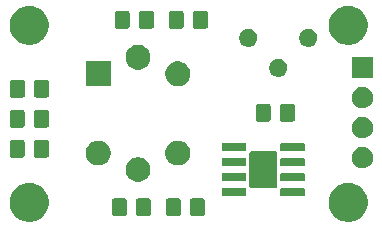
<source format=gbr>
G04 #@! TF.GenerationSoftware,KiCad,Pcbnew,5.1.5-52549c5~86~ubuntu16.04.1*
G04 #@! TF.CreationDate,2020-07-29T15:08:35+05:30*
G04 #@! TF.ProjectId,MQxx Gas Sensor V1.0,4d517878-2047-4617-9320-53656e736f72,V1.0*
G04 #@! TF.SameCoordinates,Original*
G04 #@! TF.FileFunction,Soldermask,Top*
G04 #@! TF.FilePolarity,Negative*
%FSLAX46Y46*%
G04 Gerber Fmt 4.6, Leading zero omitted, Abs format (unit mm)*
G04 Created by KiCad (PCBNEW 5.1.5-52549c5~86~ubuntu16.04.1) date 2020-07-29 15:08:35*
%MOMM*%
%LPD*%
G04 APERTURE LIST*
%ADD10C,0.100000*%
G04 APERTURE END LIST*
D10*
G36*
X154875256Y-94891298D02*
G01*
X154981579Y-94912447D01*
X155282042Y-95036903D01*
X155552451Y-95217585D01*
X155782415Y-95447549D01*
X155963097Y-95717958D01*
X156068673Y-95972840D01*
X156087553Y-96018422D01*
X156147147Y-96318017D01*
X156151000Y-96337391D01*
X156151000Y-96662609D01*
X156087553Y-96981579D01*
X155963097Y-97282042D01*
X155782415Y-97552451D01*
X155552451Y-97782415D01*
X155282042Y-97963097D01*
X154981579Y-98087553D01*
X154875256Y-98108702D01*
X154662611Y-98151000D01*
X154337389Y-98151000D01*
X154124744Y-98108702D01*
X154018421Y-98087553D01*
X153717958Y-97963097D01*
X153447549Y-97782415D01*
X153217585Y-97552451D01*
X153036903Y-97282042D01*
X152912447Y-96981579D01*
X152849000Y-96662609D01*
X152849000Y-96337391D01*
X152852854Y-96318017D01*
X152912447Y-96018422D01*
X152931328Y-95972840D01*
X153036903Y-95717958D01*
X153217585Y-95447549D01*
X153447549Y-95217585D01*
X153717958Y-95036903D01*
X154018421Y-94912447D01*
X154124744Y-94891298D01*
X154337389Y-94849000D01*
X154662611Y-94849000D01*
X154875256Y-94891298D01*
G37*
G36*
X127875256Y-94891298D02*
G01*
X127981579Y-94912447D01*
X128282042Y-95036903D01*
X128552451Y-95217585D01*
X128782415Y-95447549D01*
X128963097Y-95717958D01*
X129068673Y-95972840D01*
X129087553Y-96018422D01*
X129147147Y-96318017D01*
X129151000Y-96337391D01*
X129151000Y-96662609D01*
X129087553Y-96981579D01*
X128963097Y-97282042D01*
X128782415Y-97552451D01*
X128552451Y-97782415D01*
X128282042Y-97963097D01*
X127981579Y-98087553D01*
X127875256Y-98108702D01*
X127662611Y-98151000D01*
X127337389Y-98151000D01*
X127124744Y-98108702D01*
X127018421Y-98087553D01*
X126717958Y-97963097D01*
X126447549Y-97782415D01*
X126217585Y-97552451D01*
X126036903Y-97282042D01*
X125912447Y-96981579D01*
X125849000Y-96662609D01*
X125849000Y-96337391D01*
X125852854Y-96318017D01*
X125912447Y-96018422D01*
X125931328Y-95972840D01*
X126036903Y-95717958D01*
X126217585Y-95447549D01*
X126447549Y-95217585D01*
X126717958Y-95036903D01*
X127018421Y-94912447D01*
X127124744Y-94891298D01*
X127337389Y-94849000D01*
X127662611Y-94849000D01*
X127875256Y-94891298D01*
G37*
G36*
X137632674Y-96154465D02*
G01*
X137670367Y-96165899D01*
X137705103Y-96184466D01*
X137735548Y-96209452D01*
X137760534Y-96239897D01*
X137779101Y-96274633D01*
X137790535Y-96312326D01*
X137795000Y-96357661D01*
X137795000Y-97444339D01*
X137790535Y-97489674D01*
X137779101Y-97527367D01*
X137760534Y-97562103D01*
X137735548Y-97592548D01*
X137705103Y-97617534D01*
X137670367Y-97636101D01*
X137632674Y-97647535D01*
X137587339Y-97652000D01*
X136750661Y-97652000D01*
X136705326Y-97647535D01*
X136667633Y-97636101D01*
X136632897Y-97617534D01*
X136602452Y-97592548D01*
X136577466Y-97562103D01*
X136558899Y-97527367D01*
X136547465Y-97489674D01*
X136543000Y-97444339D01*
X136543000Y-96357661D01*
X136547465Y-96312326D01*
X136558899Y-96274633D01*
X136577466Y-96239897D01*
X136602452Y-96209452D01*
X136632897Y-96184466D01*
X136667633Y-96165899D01*
X136705326Y-96154465D01*
X136750661Y-96150000D01*
X137587339Y-96150000D01*
X137632674Y-96154465D01*
G37*
G36*
X135582674Y-96154465D02*
G01*
X135620367Y-96165899D01*
X135655103Y-96184466D01*
X135685548Y-96209452D01*
X135710534Y-96239897D01*
X135729101Y-96274633D01*
X135740535Y-96312326D01*
X135745000Y-96357661D01*
X135745000Y-97444339D01*
X135740535Y-97489674D01*
X135729101Y-97527367D01*
X135710534Y-97562103D01*
X135685548Y-97592548D01*
X135655103Y-97617534D01*
X135620367Y-97636101D01*
X135582674Y-97647535D01*
X135537339Y-97652000D01*
X134700661Y-97652000D01*
X134655326Y-97647535D01*
X134617633Y-97636101D01*
X134582897Y-97617534D01*
X134552452Y-97592548D01*
X134527466Y-97562103D01*
X134508899Y-97527367D01*
X134497465Y-97489674D01*
X134493000Y-97444339D01*
X134493000Y-96357661D01*
X134497465Y-96312326D01*
X134508899Y-96274633D01*
X134527466Y-96239897D01*
X134552452Y-96209452D01*
X134582897Y-96184466D01*
X134617633Y-96165899D01*
X134655326Y-96154465D01*
X134700661Y-96150000D01*
X135537339Y-96150000D01*
X135582674Y-96154465D01*
G37*
G36*
X142204674Y-96154465D02*
G01*
X142242367Y-96165899D01*
X142277103Y-96184466D01*
X142307548Y-96209452D01*
X142332534Y-96239897D01*
X142351101Y-96274633D01*
X142362535Y-96312326D01*
X142367000Y-96357661D01*
X142367000Y-97444339D01*
X142362535Y-97489674D01*
X142351101Y-97527367D01*
X142332534Y-97562103D01*
X142307548Y-97592548D01*
X142277103Y-97617534D01*
X142242367Y-97636101D01*
X142204674Y-97647535D01*
X142159339Y-97652000D01*
X141322661Y-97652000D01*
X141277326Y-97647535D01*
X141239633Y-97636101D01*
X141204897Y-97617534D01*
X141174452Y-97592548D01*
X141149466Y-97562103D01*
X141130899Y-97527367D01*
X141119465Y-97489674D01*
X141115000Y-97444339D01*
X141115000Y-96357661D01*
X141119465Y-96312326D01*
X141130899Y-96274633D01*
X141149466Y-96239897D01*
X141174452Y-96209452D01*
X141204897Y-96184466D01*
X141239633Y-96165899D01*
X141277326Y-96154465D01*
X141322661Y-96150000D01*
X142159339Y-96150000D01*
X142204674Y-96154465D01*
G37*
G36*
X140154674Y-96154465D02*
G01*
X140192367Y-96165899D01*
X140227103Y-96184466D01*
X140257548Y-96209452D01*
X140282534Y-96239897D01*
X140301101Y-96274633D01*
X140312535Y-96312326D01*
X140317000Y-96357661D01*
X140317000Y-97444339D01*
X140312535Y-97489674D01*
X140301101Y-97527367D01*
X140282534Y-97562103D01*
X140257548Y-97592548D01*
X140227103Y-97617534D01*
X140192367Y-97636101D01*
X140154674Y-97647535D01*
X140109339Y-97652000D01*
X139272661Y-97652000D01*
X139227326Y-97647535D01*
X139189633Y-97636101D01*
X139154897Y-97617534D01*
X139124452Y-97592548D01*
X139099466Y-97562103D01*
X139080899Y-97527367D01*
X139069465Y-97489674D01*
X139065000Y-97444339D01*
X139065000Y-96357661D01*
X139069465Y-96312326D01*
X139080899Y-96274633D01*
X139099466Y-96239897D01*
X139124452Y-96209452D01*
X139154897Y-96184466D01*
X139189633Y-96165899D01*
X139227326Y-96154465D01*
X139272661Y-96150000D01*
X140109339Y-96150000D01*
X140154674Y-96154465D01*
G37*
G36*
X145779928Y-95282764D02*
G01*
X145801009Y-95289160D01*
X145820445Y-95299548D01*
X145837476Y-95313524D01*
X145851452Y-95330555D01*
X145861840Y-95349991D01*
X145868236Y-95371072D01*
X145871000Y-95399140D01*
X145871000Y-95862860D01*
X145868236Y-95890928D01*
X145861840Y-95912009D01*
X145851452Y-95931445D01*
X145837476Y-95948476D01*
X145820445Y-95962452D01*
X145801009Y-95972840D01*
X145779928Y-95979236D01*
X145751860Y-95982000D01*
X143938140Y-95982000D01*
X143910072Y-95979236D01*
X143888991Y-95972840D01*
X143869555Y-95962452D01*
X143852524Y-95948476D01*
X143838548Y-95931445D01*
X143828160Y-95912009D01*
X143821764Y-95890928D01*
X143819000Y-95862860D01*
X143819000Y-95399140D01*
X143821764Y-95371072D01*
X143828160Y-95349991D01*
X143838548Y-95330555D01*
X143852524Y-95313524D01*
X143869555Y-95299548D01*
X143888991Y-95289160D01*
X143910072Y-95282764D01*
X143938140Y-95280000D01*
X145751860Y-95280000D01*
X145779928Y-95282764D01*
G37*
G36*
X150729928Y-95282764D02*
G01*
X150751009Y-95289160D01*
X150770445Y-95299548D01*
X150787476Y-95313524D01*
X150801452Y-95330555D01*
X150811840Y-95349991D01*
X150818236Y-95371072D01*
X150821000Y-95399140D01*
X150821000Y-95862860D01*
X150818236Y-95890928D01*
X150811840Y-95912009D01*
X150801452Y-95931445D01*
X150787476Y-95948476D01*
X150770445Y-95962452D01*
X150751009Y-95972840D01*
X150729928Y-95979236D01*
X150701860Y-95982000D01*
X148888140Y-95982000D01*
X148860072Y-95979236D01*
X148838991Y-95972840D01*
X148819555Y-95962452D01*
X148802524Y-95948476D01*
X148788548Y-95931445D01*
X148778160Y-95912009D01*
X148771764Y-95890928D01*
X148769000Y-95862860D01*
X148769000Y-95399140D01*
X148771764Y-95371072D01*
X148778160Y-95349991D01*
X148788548Y-95330555D01*
X148802524Y-95313524D01*
X148819555Y-95299548D01*
X148838991Y-95289160D01*
X148860072Y-95282764D01*
X148888140Y-95280000D01*
X150701860Y-95280000D01*
X150729928Y-95282764D01*
G37*
G36*
X148384699Y-92178725D02*
G01*
X148415158Y-92187965D01*
X148443232Y-92202971D01*
X148467837Y-92223164D01*
X148488030Y-92247769D01*
X148503036Y-92275843D01*
X148512276Y-92306302D01*
X148516000Y-92344117D01*
X148516000Y-95107883D01*
X148512276Y-95145698D01*
X148503036Y-95176157D01*
X148488030Y-95204231D01*
X148467837Y-95228836D01*
X148443232Y-95249029D01*
X148415158Y-95264035D01*
X148384699Y-95273275D01*
X148346884Y-95276999D01*
X146293116Y-95276999D01*
X146255301Y-95273275D01*
X146224842Y-95264035D01*
X146196768Y-95249029D01*
X146172163Y-95228836D01*
X146151970Y-95204231D01*
X146136964Y-95176157D01*
X146127724Y-95145698D01*
X146124000Y-95107883D01*
X146124000Y-92344117D01*
X146127724Y-92306302D01*
X146136964Y-92275843D01*
X146151970Y-92247769D01*
X146172163Y-92223164D01*
X146196768Y-92202971D01*
X146224842Y-92187965D01*
X146255301Y-92178725D01*
X146293116Y-92175001D01*
X148346884Y-92175001D01*
X148384699Y-92178725D01*
G37*
G36*
X137016564Y-92697389D02*
G01*
X137207833Y-92776615D01*
X137207835Y-92776616D01*
X137257784Y-92809991D01*
X137379973Y-92891635D01*
X137526365Y-93038027D01*
X137641385Y-93210167D01*
X137720611Y-93401436D01*
X137761000Y-93604484D01*
X137761000Y-93811516D01*
X137720611Y-94014564D01*
X137693510Y-94079991D01*
X137641384Y-94205835D01*
X137526365Y-94377973D01*
X137379973Y-94524365D01*
X137207835Y-94639384D01*
X137207834Y-94639385D01*
X137207833Y-94639385D01*
X137016564Y-94718611D01*
X136813516Y-94759000D01*
X136606484Y-94759000D01*
X136403436Y-94718611D01*
X136212167Y-94639385D01*
X136212166Y-94639385D01*
X136212165Y-94639384D01*
X136040027Y-94524365D01*
X135893635Y-94377973D01*
X135778616Y-94205835D01*
X135726490Y-94079991D01*
X135699389Y-94014564D01*
X135659000Y-93811516D01*
X135659000Y-93604484D01*
X135699389Y-93401436D01*
X135778615Y-93210167D01*
X135893635Y-93038027D01*
X136040027Y-92891635D01*
X136162216Y-92809991D01*
X136212165Y-92776616D01*
X136212167Y-92776615D01*
X136403436Y-92697389D01*
X136606484Y-92657000D01*
X136813516Y-92657000D01*
X137016564Y-92697389D01*
G37*
G36*
X145779928Y-94012764D02*
G01*
X145801009Y-94019160D01*
X145820445Y-94029548D01*
X145837476Y-94043524D01*
X145851452Y-94060555D01*
X145861840Y-94079991D01*
X145868236Y-94101072D01*
X145871000Y-94129140D01*
X145871000Y-94592860D01*
X145868236Y-94620928D01*
X145861840Y-94642009D01*
X145851452Y-94661445D01*
X145837476Y-94678476D01*
X145820445Y-94692452D01*
X145801009Y-94702840D01*
X145779928Y-94709236D01*
X145751860Y-94712000D01*
X143938140Y-94712000D01*
X143910072Y-94709236D01*
X143888991Y-94702840D01*
X143869555Y-94692452D01*
X143852524Y-94678476D01*
X143838548Y-94661445D01*
X143828160Y-94642009D01*
X143821764Y-94620928D01*
X143819000Y-94592860D01*
X143819000Y-94129140D01*
X143821764Y-94101072D01*
X143828160Y-94079991D01*
X143838548Y-94060555D01*
X143852524Y-94043524D01*
X143869555Y-94029548D01*
X143888991Y-94019160D01*
X143910072Y-94012764D01*
X143938140Y-94010000D01*
X145751860Y-94010000D01*
X145779928Y-94012764D01*
G37*
G36*
X150729928Y-94012764D02*
G01*
X150751009Y-94019160D01*
X150770445Y-94029548D01*
X150787476Y-94043524D01*
X150801452Y-94060555D01*
X150811840Y-94079991D01*
X150818236Y-94101072D01*
X150821000Y-94129140D01*
X150821000Y-94592860D01*
X150818236Y-94620928D01*
X150811840Y-94642009D01*
X150801452Y-94661445D01*
X150787476Y-94678476D01*
X150770445Y-94692452D01*
X150751009Y-94702840D01*
X150729928Y-94709236D01*
X150701860Y-94712000D01*
X148888140Y-94712000D01*
X148860072Y-94709236D01*
X148838991Y-94702840D01*
X148819555Y-94692452D01*
X148802524Y-94678476D01*
X148788548Y-94661445D01*
X148778160Y-94642009D01*
X148771764Y-94620928D01*
X148769000Y-94592860D01*
X148769000Y-94129140D01*
X148771764Y-94101072D01*
X148778160Y-94079991D01*
X148788548Y-94060555D01*
X148802524Y-94043524D01*
X148819555Y-94029548D01*
X148838991Y-94019160D01*
X148860072Y-94012764D01*
X148888140Y-94010000D01*
X150701860Y-94010000D01*
X150729928Y-94012764D01*
G37*
G36*
X155815512Y-91813927D02*
G01*
X155964812Y-91843624D01*
X156128784Y-91911544D01*
X156276354Y-92010147D01*
X156401853Y-92135646D01*
X156500456Y-92283216D01*
X156568376Y-92447188D01*
X156603000Y-92621259D01*
X156603000Y-92798741D01*
X156568376Y-92972812D01*
X156500456Y-93136784D01*
X156401853Y-93284354D01*
X156276354Y-93409853D01*
X156128784Y-93508456D01*
X155964812Y-93576376D01*
X155823500Y-93604484D01*
X155790742Y-93611000D01*
X155613258Y-93611000D01*
X155580500Y-93604484D01*
X155439188Y-93576376D01*
X155275216Y-93508456D01*
X155127646Y-93409853D01*
X155002147Y-93284354D01*
X154903544Y-93136784D01*
X154835624Y-92972812D01*
X154801000Y-92798741D01*
X154801000Y-92621259D01*
X154835624Y-92447188D01*
X154903544Y-92283216D01*
X155002147Y-92135646D01*
X155127646Y-92010147D01*
X155275216Y-91911544D01*
X155439188Y-91843624D01*
X155588488Y-91813927D01*
X155613258Y-91809000D01*
X155790742Y-91809000D01*
X155815512Y-91813927D01*
G37*
G36*
X150729928Y-92742764D02*
G01*
X150751009Y-92749160D01*
X150770445Y-92759548D01*
X150787476Y-92773524D01*
X150801452Y-92790555D01*
X150811840Y-92809991D01*
X150818236Y-92831072D01*
X150821000Y-92859140D01*
X150821000Y-93322860D01*
X150818236Y-93350928D01*
X150811840Y-93372009D01*
X150801452Y-93391445D01*
X150787476Y-93408476D01*
X150770445Y-93422452D01*
X150751009Y-93432840D01*
X150729928Y-93439236D01*
X150701860Y-93442000D01*
X148888140Y-93442000D01*
X148860072Y-93439236D01*
X148838991Y-93432840D01*
X148819555Y-93422452D01*
X148802524Y-93408476D01*
X148788548Y-93391445D01*
X148778160Y-93372009D01*
X148771764Y-93350928D01*
X148769000Y-93322860D01*
X148769000Y-92859140D01*
X148771764Y-92831072D01*
X148778160Y-92809991D01*
X148788548Y-92790555D01*
X148802524Y-92773524D01*
X148819555Y-92759548D01*
X148838991Y-92749160D01*
X148860072Y-92742764D01*
X148888140Y-92740000D01*
X150701860Y-92740000D01*
X150729928Y-92742764D01*
G37*
G36*
X145779928Y-92742764D02*
G01*
X145801009Y-92749160D01*
X145820445Y-92759548D01*
X145837476Y-92773524D01*
X145851452Y-92790555D01*
X145861840Y-92809991D01*
X145868236Y-92831072D01*
X145871000Y-92859140D01*
X145871000Y-93322860D01*
X145868236Y-93350928D01*
X145861840Y-93372009D01*
X145851452Y-93391445D01*
X145837476Y-93408476D01*
X145820445Y-93422452D01*
X145801009Y-93432840D01*
X145779928Y-93439236D01*
X145751860Y-93442000D01*
X143938140Y-93442000D01*
X143910072Y-93439236D01*
X143888991Y-93432840D01*
X143869555Y-93422452D01*
X143852524Y-93408476D01*
X143838548Y-93391445D01*
X143828160Y-93372009D01*
X143821764Y-93350928D01*
X143819000Y-93322860D01*
X143819000Y-92859140D01*
X143821764Y-92831072D01*
X143828160Y-92809991D01*
X143838548Y-92790555D01*
X143852524Y-92773524D01*
X143869555Y-92759548D01*
X143888991Y-92749160D01*
X143910072Y-92742764D01*
X143938140Y-92740000D01*
X145751860Y-92740000D01*
X145779928Y-92742764D01*
G37*
G36*
X140376564Y-91307389D02*
G01*
X140567833Y-91386615D01*
X140567835Y-91386616D01*
X140739973Y-91501635D01*
X140886365Y-91648027D01*
X140993924Y-91809000D01*
X141001385Y-91820167D01*
X141080611Y-92011436D01*
X141121000Y-92214484D01*
X141121000Y-92421516D01*
X141080611Y-92624564D01*
X141017629Y-92776616D01*
X141001384Y-92815835D01*
X140886365Y-92987973D01*
X140739973Y-93134365D01*
X140567835Y-93249384D01*
X140567834Y-93249385D01*
X140567833Y-93249385D01*
X140376564Y-93328611D01*
X140173516Y-93369000D01*
X139966484Y-93369000D01*
X139763436Y-93328611D01*
X139572167Y-93249385D01*
X139572166Y-93249385D01*
X139572165Y-93249384D01*
X139400027Y-93134365D01*
X139253635Y-92987973D01*
X139138616Y-92815835D01*
X139122371Y-92776616D01*
X139059389Y-92624564D01*
X139019000Y-92421516D01*
X139019000Y-92214484D01*
X139059389Y-92011436D01*
X139138615Y-91820167D01*
X139146077Y-91809000D01*
X139253635Y-91648027D01*
X139400027Y-91501635D01*
X139572165Y-91386616D01*
X139572167Y-91386615D01*
X139763436Y-91307389D01*
X139966484Y-91267000D01*
X140173516Y-91267000D01*
X140376564Y-91307389D01*
G37*
G36*
X133656564Y-91307389D02*
G01*
X133847833Y-91386615D01*
X133847835Y-91386616D01*
X134019973Y-91501635D01*
X134166365Y-91648027D01*
X134273924Y-91809000D01*
X134281385Y-91820167D01*
X134360611Y-92011436D01*
X134401000Y-92214484D01*
X134401000Y-92421516D01*
X134360611Y-92624564D01*
X134297629Y-92776616D01*
X134281384Y-92815835D01*
X134166365Y-92987973D01*
X134019973Y-93134365D01*
X133847835Y-93249384D01*
X133847834Y-93249385D01*
X133847833Y-93249385D01*
X133656564Y-93328611D01*
X133453516Y-93369000D01*
X133246484Y-93369000D01*
X133043436Y-93328611D01*
X132852167Y-93249385D01*
X132852166Y-93249385D01*
X132852165Y-93249384D01*
X132680027Y-93134365D01*
X132533635Y-92987973D01*
X132418616Y-92815835D01*
X132402371Y-92776616D01*
X132339389Y-92624564D01*
X132299000Y-92421516D01*
X132299000Y-92214484D01*
X132339389Y-92011436D01*
X132418615Y-91820167D01*
X132426077Y-91809000D01*
X132533635Y-91648027D01*
X132680027Y-91501635D01*
X132852165Y-91386616D01*
X132852167Y-91386615D01*
X133043436Y-91307389D01*
X133246484Y-91267000D01*
X133453516Y-91267000D01*
X133656564Y-91307389D01*
G37*
G36*
X126946674Y-91201465D02*
G01*
X126984367Y-91212899D01*
X127019103Y-91231466D01*
X127049548Y-91256452D01*
X127074534Y-91286897D01*
X127093101Y-91321633D01*
X127104535Y-91359326D01*
X127109000Y-91404661D01*
X127109000Y-92491339D01*
X127104535Y-92536674D01*
X127093101Y-92574367D01*
X127074534Y-92609103D01*
X127049548Y-92639548D01*
X127019103Y-92664534D01*
X126984367Y-92683101D01*
X126946674Y-92694535D01*
X126901339Y-92699000D01*
X126064661Y-92699000D01*
X126019326Y-92694535D01*
X125981633Y-92683101D01*
X125946897Y-92664534D01*
X125916452Y-92639548D01*
X125891466Y-92609103D01*
X125872899Y-92574367D01*
X125861465Y-92536674D01*
X125857000Y-92491339D01*
X125857000Y-91404661D01*
X125861465Y-91359326D01*
X125872899Y-91321633D01*
X125891466Y-91286897D01*
X125916452Y-91256452D01*
X125946897Y-91231466D01*
X125981633Y-91212899D01*
X126019326Y-91201465D01*
X126064661Y-91197000D01*
X126901339Y-91197000D01*
X126946674Y-91201465D01*
G37*
G36*
X128996674Y-91201465D02*
G01*
X129034367Y-91212899D01*
X129069103Y-91231466D01*
X129099548Y-91256452D01*
X129124534Y-91286897D01*
X129143101Y-91321633D01*
X129154535Y-91359326D01*
X129159000Y-91404661D01*
X129159000Y-92491339D01*
X129154535Y-92536674D01*
X129143101Y-92574367D01*
X129124534Y-92609103D01*
X129099548Y-92639548D01*
X129069103Y-92664534D01*
X129034367Y-92683101D01*
X128996674Y-92694535D01*
X128951339Y-92699000D01*
X128114661Y-92699000D01*
X128069326Y-92694535D01*
X128031633Y-92683101D01*
X127996897Y-92664534D01*
X127966452Y-92639548D01*
X127941466Y-92609103D01*
X127922899Y-92574367D01*
X127911465Y-92536674D01*
X127907000Y-92491339D01*
X127907000Y-91404661D01*
X127911465Y-91359326D01*
X127922899Y-91321633D01*
X127941466Y-91286897D01*
X127966452Y-91256452D01*
X127996897Y-91231466D01*
X128031633Y-91212899D01*
X128069326Y-91201465D01*
X128114661Y-91197000D01*
X128951339Y-91197000D01*
X128996674Y-91201465D01*
G37*
G36*
X145779928Y-91472764D02*
G01*
X145801009Y-91479160D01*
X145820445Y-91489548D01*
X145837476Y-91503524D01*
X145851452Y-91520555D01*
X145861840Y-91539991D01*
X145868236Y-91561072D01*
X145871000Y-91589140D01*
X145871000Y-92052860D01*
X145868236Y-92080928D01*
X145861840Y-92102009D01*
X145851452Y-92121445D01*
X145837476Y-92138476D01*
X145820445Y-92152452D01*
X145801009Y-92162840D01*
X145779928Y-92169236D01*
X145751860Y-92172000D01*
X143938140Y-92172000D01*
X143910072Y-92169236D01*
X143888991Y-92162840D01*
X143869555Y-92152452D01*
X143852524Y-92138476D01*
X143838548Y-92121445D01*
X143828160Y-92102009D01*
X143821764Y-92080928D01*
X143819000Y-92052860D01*
X143819000Y-91589140D01*
X143821764Y-91561072D01*
X143828160Y-91539991D01*
X143838548Y-91520555D01*
X143852524Y-91503524D01*
X143869555Y-91489548D01*
X143888991Y-91479160D01*
X143910072Y-91472764D01*
X143938140Y-91470000D01*
X145751860Y-91470000D01*
X145779928Y-91472764D01*
G37*
G36*
X150729928Y-91472764D02*
G01*
X150751009Y-91479160D01*
X150770445Y-91489548D01*
X150787476Y-91503524D01*
X150801452Y-91520555D01*
X150811840Y-91539991D01*
X150818236Y-91561072D01*
X150821000Y-91589140D01*
X150821000Y-92052860D01*
X150818236Y-92080928D01*
X150811840Y-92102009D01*
X150801452Y-92121445D01*
X150787476Y-92138476D01*
X150770445Y-92152452D01*
X150751009Y-92162840D01*
X150729928Y-92169236D01*
X150701860Y-92172000D01*
X148888140Y-92172000D01*
X148860072Y-92169236D01*
X148838991Y-92162840D01*
X148819555Y-92152452D01*
X148802524Y-92138476D01*
X148788548Y-92121445D01*
X148778160Y-92102009D01*
X148771764Y-92080928D01*
X148769000Y-92052860D01*
X148769000Y-91589140D01*
X148771764Y-91561072D01*
X148778160Y-91539991D01*
X148788548Y-91520555D01*
X148802524Y-91503524D01*
X148819555Y-91489548D01*
X148838991Y-91479160D01*
X148860072Y-91472764D01*
X148888140Y-91470000D01*
X150701860Y-91470000D01*
X150729928Y-91472764D01*
G37*
G36*
X155815512Y-89273927D02*
G01*
X155964812Y-89303624D01*
X156128784Y-89371544D01*
X156276354Y-89470147D01*
X156401853Y-89595646D01*
X156500456Y-89743216D01*
X156568376Y-89907188D01*
X156603000Y-90081259D01*
X156603000Y-90258741D01*
X156568376Y-90432812D01*
X156500456Y-90596784D01*
X156401853Y-90744354D01*
X156276354Y-90869853D01*
X156128784Y-90968456D01*
X155964812Y-91036376D01*
X155815512Y-91066073D01*
X155790742Y-91071000D01*
X155613258Y-91071000D01*
X155588488Y-91066073D01*
X155439188Y-91036376D01*
X155275216Y-90968456D01*
X155127646Y-90869853D01*
X155002147Y-90744354D01*
X154903544Y-90596784D01*
X154835624Y-90432812D01*
X154801000Y-90258741D01*
X154801000Y-90081259D01*
X154835624Y-89907188D01*
X154903544Y-89743216D01*
X155002147Y-89595646D01*
X155127646Y-89470147D01*
X155275216Y-89371544D01*
X155439188Y-89303624D01*
X155588488Y-89273927D01*
X155613258Y-89269000D01*
X155790742Y-89269000D01*
X155815512Y-89273927D01*
G37*
G36*
X128996674Y-88661465D02*
G01*
X129034367Y-88672899D01*
X129069103Y-88691466D01*
X129099548Y-88716452D01*
X129124534Y-88746897D01*
X129143101Y-88781633D01*
X129154535Y-88819326D01*
X129159000Y-88864661D01*
X129159000Y-89951339D01*
X129154535Y-89996674D01*
X129143101Y-90034367D01*
X129124534Y-90069103D01*
X129099548Y-90099548D01*
X129069103Y-90124534D01*
X129034367Y-90143101D01*
X128996674Y-90154535D01*
X128951339Y-90159000D01*
X128114661Y-90159000D01*
X128069326Y-90154535D01*
X128031633Y-90143101D01*
X127996897Y-90124534D01*
X127966452Y-90099548D01*
X127941466Y-90069103D01*
X127922899Y-90034367D01*
X127911465Y-89996674D01*
X127907000Y-89951339D01*
X127907000Y-88864661D01*
X127911465Y-88819326D01*
X127922899Y-88781633D01*
X127941466Y-88746897D01*
X127966452Y-88716452D01*
X127996897Y-88691466D01*
X128031633Y-88672899D01*
X128069326Y-88661465D01*
X128114661Y-88657000D01*
X128951339Y-88657000D01*
X128996674Y-88661465D01*
G37*
G36*
X126946674Y-88661465D02*
G01*
X126984367Y-88672899D01*
X127019103Y-88691466D01*
X127049548Y-88716452D01*
X127074534Y-88746897D01*
X127093101Y-88781633D01*
X127104535Y-88819326D01*
X127109000Y-88864661D01*
X127109000Y-89951339D01*
X127104535Y-89996674D01*
X127093101Y-90034367D01*
X127074534Y-90069103D01*
X127049548Y-90099548D01*
X127019103Y-90124534D01*
X126984367Y-90143101D01*
X126946674Y-90154535D01*
X126901339Y-90159000D01*
X126064661Y-90159000D01*
X126019326Y-90154535D01*
X125981633Y-90143101D01*
X125946897Y-90124534D01*
X125916452Y-90099548D01*
X125891466Y-90069103D01*
X125872899Y-90034367D01*
X125861465Y-89996674D01*
X125857000Y-89951339D01*
X125857000Y-88864661D01*
X125861465Y-88819326D01*
X125872899Y-88781633D01*
X125891466Y-88746897D01*
X125916452Y-88716452D01*
X125946897Y-88691466D01*
X125981633Y-88672899D01*
X126019326Y-88661465D01*
X126064661Y-88657000D01*
X126901339Y-88657000D01*
X126946674Y-88661465D01*
G37*
G36*
X147774674Y-88153465D02*
G01*
X147812367Y-88164899D01*
X147847103Y-88183466D01*
X147877548Y-88208452D01*
X147902534Y-88238897D01*
X147921101Y-88273633D01*
X147932535Y-88311326D01*
X147937000Y-88356661D01*
X147937000Y-89443339D01*
X147932535Y-89488674D01*
X147921101Y-89526367D01*
X147902534Y-89561103D01*
X147877548Y-89591548D01*
X147847103Y-89616534D01*
X147812367Y-89635101D01*
X147774674Y-89646535D01*
X147729339Y-89651000D01*
X146892661Y-89651000D01*
X146847326Y-89646535D01*
X146809633Y-89635101D01*
X146774897Y-89616534D01*
X146744452Y-89591548D01*
X146719466Y-89561103D01*
X146700899Y-89526367D01*
X146689465Y-89488674D01*
X146685000Y-89443339D01*
X146685000Y-88356661D01*
X146689465Y-88311326D01*
X146700899Y-88273633D01*
X146719466Y-88238897D01*
X146744452Y-88208452D01*
X146774897Y-88183466D01*
X146809633Y-88164899D01*
X146847326Y-88153465D01*
X146892661Y-88149000D01*
X147729339Y-88149000D01*
X147774674Y-88153465D01*
G37*
G36*
X149824674Y-88153465D02*
G01*
X149862367Y-88164899D01*
X149897103Y-88183466D01*
X149927548Y-88208452D01*
X149952534Y-88238897D01*
X149971101Y-88273633D01*
X149982535Y-88311326D01*
X149987000Y-88356661D01*
X149987000Y-89443339D01*
X149982535Y-89488674D01*
X149971101Y-89526367D01*
X149952534Y-89561103D01*
X149927548Y-89591548D01*
X149897103Y-89616534D01*
X149862367Y-89635101D01*
X149824674Y-89646535D01*
X149779339Y-89651000D01*
X148942661Y-89651000D01*
X148897326Y-89646535D01*
X148859633Y-89635101D01*
X148824897Y-89616534D01*
X148794452Y-89591548D01*
X148769466Y-89561103D01*
X148750899Y-89526367D01*
X148739465Y-89488674D01*
X148735000Y-89443339D01*
X148735000Y-88356661D01*
X148739465Y-88311326D01*
X148750899Y-88273633D01*
X148769466Y-88238897D01*
X148794452Y-88208452D01*
X148824897Y-88183466D01*
X148859633Y-88164899D01*
X148897326Y-88153465D01*
X148942661Y-88149000D01*
X149779339Y-88149000D01*
X149824674Y-88153465D01*
G37*
G36*
X155815512Y-86733927D02*
G01*
X155964812Y-86763624D01*
X156128784Y-86831544D01*
X156276354Y-86930147D01*
X156401853Y-87055646D01*
X156500456Y-87203216D01*
X156568376Y-87367188D01*
X156603000Y-87541259D01*
X156603000Y-87718741D01*
X156568376Y-87892812D01*
X156500456Y-88056784D01*
X156401853Y-88204354D01*
X156276354Y-88329853D01*
X156128784Y-88428456D01*
X155964812Y-88496376D01*
X155815512Y-88526073D01*
X155790742Y-88531000D01*
X155613258Y-88531000D01*
X155588488Y-88526073D01*
X155439188Y-88496376D01*
X155275216Y-88428456D01*
X155127646Y-88329853D01*
X155002147Y-88204354D01*
X154903544Y-88056784D01*
X154835624Y-87892812D01*
X154801000Y-87718741D01*
X154801000Y-87541259D01*
X154835624Y-87367188D01*
X154903544Y-87203216D01*
X155002147Y-87055646D01*
X155127646Y-86930147D01*
X155275216Y-86831544D01*
X155439188Y-86763624D01*
X155588488Y-86733927D01*
X155613258Y-86729000D01*
X155790742Y-86729000D01*
X155815512Y-86733927D01*
G37*
G36*
X126955674Y-86121465D02*
G01*
X126993367Y-86132899D01*
X127028103Y-86151466D01*
X127058548Y-86176452D01*
X127083534Y-86206897D01*
X127102101Y-86241633D01*
X127113535Y-86279326D01*
X127118000Y-86324661D01*
X127118000Y-87411339D01*
X127113535Y-87456674D01*
X127102101Y-87494367D01*
X127083534Y-87529103D01*
X127058548Y-87559548D01*
X127028103Y-87584534D01*
X126993367Y-87603101D01*
X126955674Y-87614535D01*
X126910339Y-87619000D01*
X126073661Y-87619000D01*
X126028326Y-87614535D01*
X125990633Y-87603101D01*
X125955897Y-87584534D01*
X125925452Y-87559548D01*
X125900466Y-87529103D01*
X125881899Y-87494367D01*
X125870465Y-87456674D01*
X125866000Y-87411339D01*
X125866000Y-86324661D01*
X125870465Y-86279326D01*
X125881899Y-86241633D01*
X125900466Y-86206897D01*
X125925452Y-86176452D01*
X125955897Y-86151466D01*
X125990633Y-86132899D01*
X126028326Y-86121465D01*
X126073661Y-86117000D01*
X126910339Y-86117000D01*
X126955674Y-86121465D01*
G37*
G36*
X129005674Y-86121465D02*
G01*
X129043367Y-86132899D01*
X129078103Y-86151466D01*
X129108548Y-86176452D01*
X129133534Y-86206897D01*
X129152101Y-86241633D01*
X129163535Y-86279326D01*
X129168000Y-86324661D01*
X129168000Y-87411339D01*
X129163535Y-87456674D01*
X129152101Y-87494367D01*
X129133534Y-87529103D01*
X129108548Y-87559548D01*
X129078103Y-87584534D01*
X129043367Y-87603101D01*
X129005674Y-87614535D01*
X128960339Y-87619000D01*
X128123661Y-87619000D01*
X128078326Y-87614535D01*
X128040633Y-87603101D01*
X128005897Y-87584534D01*
X127975452Y-87559548D01*
X127950466Y-87529103D01*
X127931899Y-87494367D01*
X127920465Y-87456674D01*
X127916000Y-87411339D01*
X127916000Y-86324661D01*
X127920465Y-86279326D01*
X127931899Y-86241633D01*
X127950466Y-86206897D01*
X127975452Y-86176452D01*
X128005897Y-86151466D01*
X128040633Y-86132899D01*
X128078326Y-86121465D01*
X128123661Y-86117000D01*
X128960339Y-86117000D01*
X129005674Y-86121465D01*
G37*
G36*
X140376564Y-84587389D02*
G01*
X140567833Y-84666615D01*
X140567835Y-84666616D01*
X140626527Y-84705833D01*
X140739973Y-84781635D01*
X140886365Y-84928027D01*
X141001385Y-85100167D01*
X141080611Y-85291436D01*
X141121000Y-85494484D01*
X141121000Y-85701516D01*
X141080611Y-85904564D01*
X141044808Y-85991000D01*
X141001384Y-86095835D01*
X140886365Y-86267973D01*
X140739973Y-86414365D01*
X140567835Y-86529384D01*
X140567834Y-86529385D01*
X140567833Y-86529385D01*
X140376564Y-86608611D01*
X140173516Y-86649000D01*
X139966484Y-86649000D01*
X139763436Y-86608611D01*
X139572167Y-86529385D01*
X139572166Y-86529385D01*
X139572165Y-86529384D01*
X139400027Y-86414365D01*
X139253635Y-86267973D01*
X139138616Y-86095835D01*
X139095192Y-85991000D01*
X139059389Y-85904564D01*
X139019000Y-85701516D01*
X139019000Y-85494484D01*
X139059389Y-85291436D01*
X139138615Y-85100167D01*
X139253635Y-84928027D01*
X139400027Y-84781635D01*
X139513473Y-84705833D01*
X139572165Y-84666616D01*
X139572167Y-84666615D01*
X139763436Y-84587389D01*
X139966484Y-84547000D01*
X140173516Y-84547000D01*
X140376564Y-84587389D01*
G37*
G36*
X134401000Y-86649000D02*
G01*
X132299000Y-86649000D01*
X132299000Y-84547000D01*
X134401000Y-84547000D01*
X134401000Y-86649000D01*
G37*
G36*
X156603000Y-85991000D02*
G01*
X154801000Y-85991000D01*
X154801000Y-84189000D01*
X156603000Y-84189000D01*
X156603000Y-85991000D01*
G37*
G36*
X148715589Y-84328876D02*
G01*
X148814893Y-84348629D01*
X148955206Y-84406748D01*
X149081484Y-84491125D01*
X149188875Y-84598516D01*
X149273252Y-84724794D01*
X149331371Y-84865107D01*
X149361000Y-85014063D01*
X149361000Y-85165937D01*
X149331371Y-85314893D01*
X149273252Y-85455206D01*
X149188875Y-85581484D01*
X149081484Y-85688875D01*
X148955206Y-85773252D01*
X148814893Y-85831371D01*
X148715589Y-85851124D01*
X148665938Y-85861000D01*
X148514062Y-85861000D01*
X148464411Y-85851124D01*
X148365107Y-85831371D01*
X148224794Y-85773252D01*
X148098516Y-85688875D01*
X147991125Y-85581484D01*
X147906748Y-85455206D01*
X147848629Y-85314893D01*
X147819000Y-85165937D01*
X147819000Y-85014063D01*
X147848629Y-84865107D01*
X147906748Y-84724794D01*
X147991125Y-84598516D01*
X148098516Y-84491125D01*
X148224794Y-84406748D01*
X148365107Y-84348629D01*
X148464411Y-84328876D01*
X148514062Y-84319000D01*
X148665938Y-84319000D01*
X148715589Y-84328876D01*
G37*
G36*
X137016564Y-83197389D02*
G01*
X137207833Y-83276615D01*
X137207835Y-83276616D01*
X137229917Y-83291371D01*
X137379973Y-83391635D01*
X137526365Y-83538027D01*
X137641385Y-83710167D01*
X137720611Y-83901436D01*
X137761000Y-84104484D01*
X137761000Y-84311516D01*
X137720611Y-84514564D01*
X137657629Y-84666616D01*
X137641384Y-84705835D01*
X137526365Y-84877973D01*
X137379973Y-85024365D01*
X137207835Y-85139384D01*
X137207834Y-85139385D01*
X137207833Y-85139385D01*
X137016564Y-85218611D01*
X136813516Y-85259000D01*
X136606484Y-85259000D01*
X136403436Y-85218611D01*
X136212167Y-85139385D01*
X136212166Y-85139385D01*
X136212165Y-85139384D01*
X136040027Y-85024365D01*
X135893635Y-84877973D01*
X135778616Y-84705835D01*
X135762371Y-84666616D01*
X135699389Y-84514564D01*
X135659000Y-84311516D01*
X135659000Y-84104484D01*
X135699389Y-83901436D01*
X135778615Y-83710167D01*
X135893635Y-83538027D01*
X136040027Y-83391635D01*
X136190083Y-83291371D01*
X136212165Y-83276616D01*
X136212167Y-83276615D01*
X136403436Y-83197389D01*
X136606484Y-83157000D01*
X136813516Y-83157000D01*
X137016564Y-83197389D01*
G37*
G36*
X151255589Y-81788876D02*
G01*
X151354893Y-81808629D01*
X151495206Y-81866748D01*
X151621484Y-81951125D01*
X151728875Y-82058516D01*
X151813252Y-82184794D01*
X151871371Y-82325107D01*
X151901000Y-82474063D01*
X151901000Y-82625937D01*
X151871371Y-82774893D01*
X151813252Y-82915206D01*
X151728875Y-83041484D01*
X151621484Y-83148875D01*
X151495206Y-83233252D01*
X151354893Y-83291371D01*
X151255589Y-83311124D01*
X151205938Y-83321000D01*
X151054062Y-83321000D01*
X151004411Y-83311124D01*
X150905107Y-83291371D01*
X150764794Y-83233252D01*
X150638516Y-83148875D01*
X150531125Y-83041484D01*
X150446748Y-82915206D01*
X150388629Y-82774893D01*
X150359000Y-82625937D01*
X150359000Y-82474063D01*
X150388629Y-82325107D01*
X150446748Y-82184794D01*
X150531125Y-82058516D01*
X150638516Y-81951125D01*
X150764794Y-81866748D01*
X150905107Y-81808629D01*
X151004411Y-81788876D01*
X151054062Y-81779000D01*
X151205938Y-81779000D01*
X151255589Y-81788876D01*
G37*
G36*
X146175589Y-81788876D02*
G01*
X146274893Y-81808629D01*
X146415206Y-81866748D01*
X146541484Y-81951125D01*
X146648875Y-82058516D01*
X146733252Y-82184794D01*
X146791371Y-82325107D01*
X146821000Y-82474063D01*
X146821000Y-82625937D01*
X146791371Y-82774893D01*
X146733252Y-82915206D01*
X146648875Y-83041484D01*
X146541484Y-83148875D01*
X146415206Y-83233252D01*
X146274893Y-83291371D01*
X146175589Y-83311124D01*
X146125938Y-83321000D01*
X145974062Y-83321000D01*
X145924411Y-83311124D01*
X145825107Y-83291371D01*
X145684794Y-83233252D01*
X145558516Y-83148875D01*
X145451125Y-83041484D01*
X145366748Y-82915206D01*
X145308629Y-82774893D01*
X145279000Y-82625937D01*
X145279000Y-82474063D01*
X145308629Y-82325107D01*
X145366748Y-82184794D01*
X145451125Y-82058516D01*
X145558516Y-81951125D01*
X145684794Y-81866748D01*
X145825107Y-81808629D01*
X145924411Y-81788876D01*
X145974062Y-81779000D01*
X146125938Y-81779000D01*
X146175589Y-81788876D01*
G37*
G36*
X154875256Y-79891298D02*
G01*
X154981579Y-79912447D01*
X155282042Y-80036903D01*
X155552451Y-80217585D01*
X155782415Y-80447549D01*
X155963097Y-80717958D01*
X155963098Y-80717960D01*
X156087553Y-81018422D01*
X156151000Y-81337389D01*
X156151000Y-81662611D01*
X156121955Y-81808629D01*
X156087553Y-81981579D01*
X155963097Y-82282042D01*
X155782415Y-82552451D01*
X155552451Y-82782415D01*
X155282042Y-82963097D01*
X154981579Y-83087553D01*
X154875256Y-83108702D01*
X154662611Y-83151000D01*
X154337389Y-83151000D01*
X154124744Y-83108702D01*
X154018421Y-83087553D01*
X153717958Y-82963097D01*
X153447549Y-82782415D01*
X153217585Y-82552451D01*
X153036903Y-82282042D01*
X152912447Y-81981579D01*
X152878045Y-81808629D01*
X152849000Y-81662611D01*
X152849000Y-81337389D01*
X152912447Y-81018422D01*
X153036902Y-80717960D01*
X153036903Y-80717958D01*
X153217585Y-80447549D01*
X153447549Y-80217585D01*
X153717958Y-80036903D01*
X154018421Y-79912447D01*
X154124744Y-79891298D01*
X154337389Y-79849000D01*
X154662611Y-79849000D01*
X154875256Y-79891298D01*
G37*
G36*
X127875256Y-79891298D02*
G01*
X127981579Y-79912447D01*
X128282042Y-80036903D01*
X128552451Y-80217585D01*
X128782415Y-80447549D01*
X128963097Y-80717958D01*
X128963098Y-80717960D01*
X129087553Y-81018422D01*
X129151000Y-81337389D01*
X129151000Y-81662611D01*
X129121955Y-81808629D01*
X129087553Y-81981579D01*
X128963097Y-82282042D01*
X128782415Y-82552451D01*
X128552451Y-82782415D01*
X128282042Y-82963097D01*
X127981579Y-83087553D01*
X127875256Y-83108702D01*
X127662611Y-83151000D01*
X127337389Y-83151000D01*
X127124744Y-83108702D01*
X127018421Y-83087553D01*
X126717958Y-82963097D01*
X126447549Y-82782415D01*
X126217585Y-82552451D01*
X126036903Y-82282042D01*
X125912447Y-81981579D01*
X125878045Y-81808629D01*
X125849000Y-81662611D01*
X125849000Y-81337389D01*
X125912447Y-81018422D01*
X126036902Y-80717960D01*
X126036903Y-80717958D01*
X126217585Y-80447549D01*
X126447549Y-80217585D01*
X126717958Y-80036903D01*
X127018421Y-79912447D01*
X127124744Y-79891298D01*
X127337389Y-79849000D01*
X127662611Y-79849000D01*
X127875256Y-79891298D01*
G37*
G36*
X137886674Y-80279465D02*
G01*
X137924367Y-80290899D01*
X137959103Y-80309466D01*
X137989548Y-80334452D01*
X138014534Y-80364897D01*
X138033101Y-80399633D01*
X138044535Y-80437326D01*
X138049000Y-80482661D01*
X138049000Y-81569339D01*
X138044535Y-81614674D01*
X138033101Y-81652367D01*
X138014534Y-81687103D01*
X137989548Y-81717548D01*
X137959103Y-81742534D01*
X137924367Y-81761101D01*
X137886674Y-81772535D01*
X137841339Y-81777000D01*
X137004661Y-81777000D01*
X136959326Y-81772535D01*
X136921633Y-81761101D01*
X136886897Y-81742534D01*
X136856452Y-81717548D01*
X136831466Y-81687103D01*
X136812899Y-81652367D01*
X136801465Y-81614674D01*
X136797000Y-81569339D01*
X136797000Y-80482661D01*
X136801465Y-80437326D01*
X136812899Y-80399633D01*
X136831466Y-80364897D01*
X136856452Y-80334452D01*
X136886897Y-80309466D01*
X136921633Y-80290899D01*
X136959326Y-80279465D01*
X137004661Y-80275000D01*
X137841339Y-80275000D01*
X137886674Y-80279465D01*
G37*
G36*
X135836674Y-80279465D02*
G01*
X135874367Y-80290899D01*
X135909103Y-80309466D01*
X135939548Y-80334452D01*
X135964534Y-80364897D01*
X135983101Y-80399633D01*
X135994535Y-80437326D01*
X135999000Y-80482661D01*
X135999000Y-81569339D01*
X135994535Y-81614674D01*
X135983101Y-81652367D01*
X135964534Y-81687103D01*
X135939548Y-81717548D01*
X135909103Y-81742534D01*
X135874367Y-81761101D01*
X135836674Y-81772535D01*
X135791339Y-81777000D01*
X134954661Y-81777000D01*
X134909326Y-81772535D01*
X134871633Y-81761101D01*
X134836897Y-81742534D01*
X134806452Y-81717548D01*
X134781466Y-81687103D01*
X134762899Y-81652367D01*
X134751465Y-81614674D01*
X134747000Y-81569339D01*
X134747000Y-80482661D01*
X134751465Y-80437326D01*
X134762899Y-80399633D01*
X134781466Y-80364897D01*
X134806452Y-80334452D01*
X134836897Y-80309466D01*
X134871633Y-80290899D01*
X134909326Y-80279465D01*
X134954661Y-80275000D01*
X135791339Y-80275000D01*
X135836674Y-80279465D01*
G37*
G36*
X140408674Y-80279465D02*
G01*
X140446367Y-80290899D01*
X140481103Y-80309466D01*
X140511548Y-80334452D01*
X140536534Y-80364897D01*
X140555101Y-80399633D01*
X140566535Y-80437326D01*
X140571000Y-80482661D01*
X140571000Y-81569339D01*
X140566535Y-81614674D01*
X140555101Y-81652367D01*
X140536534Y-81687103D01*
X140511548Y-81717548D01*
X140481103Y-81742534D01*
X140446367Y-81761101D01*
X140408674Y-81772535D01*
X140363339Y-81777000D01*
X139526661Y-81777000D01*
X139481326Y-81772535D01*
X139443633Y-81761101D01*
X139408897Y-81742534D01*
X139378452Y-81717548D01*
X139353466Y-81687103D01*
X139334899Y-81652367D01*
X139323465Y-81614674D01*
X139319000Y-81569339D01*
X139319000Y-80482661D01*
X139323465Y-80437326D01*
X139334899Y-80399633D01*
X139353466Y-80364897D01*
X139378452Y-80334452D01*
X139408897Y-80309466D01*
X139443633Y-80290899D01*
X139481326Y-80279465D01*
X139526661Y-80275000D01*
X140363339Y-80275000D01*
X140408674Y-80279465D01*
G37*
G36*
X142458674Y-80279465D02*
G01*
X142496367Y-80290899D01*
X142531103Y-80309466D01*
X142561548Y-80334452D01*
X142586534Y-80364897D01*
X142605101Y-80399633D01*
X142616535Y-80437326D01*
X142621000Y-80482661D01*
X142621000Y-81569339D01*
X142616535Y-81614674D01*
X142605101Y-81652367D01*
X142586534Y-81687103D01*
X142561548Y-81717548D01*
X142531103Y-81742534D01*
X142496367Y-81761101D01*
X142458674Y-81772535D01*
X142413339Y-81777000D01*
X141576661Y-81777000D01*
X141531326Y-81772535D01*
X141493633Y-81761101D01*
X141458897Y-81742534D01*
X141428452Y-81717548D01*
X141403466Y-81687103D01*
X141384899Y-81652367D01*
X141373465Y-81614674D01*
X141369000Y-81569339D01*
X141369000Y-80482661D01*
X141373465Y-80437326D01*
X141384899Y-80399633D01*
X141403466Y-80364897D01*
X141428452Y-80334452D01*
X141458897Y-80309466D01*
X141493633Y-80290899D01*
X141531326Y-80279465D01*
X141576661Y-80275000D01*
X142413339Y-80275000D01*
X142458674Y-80279465D01*
G37*
M02*

</source>
